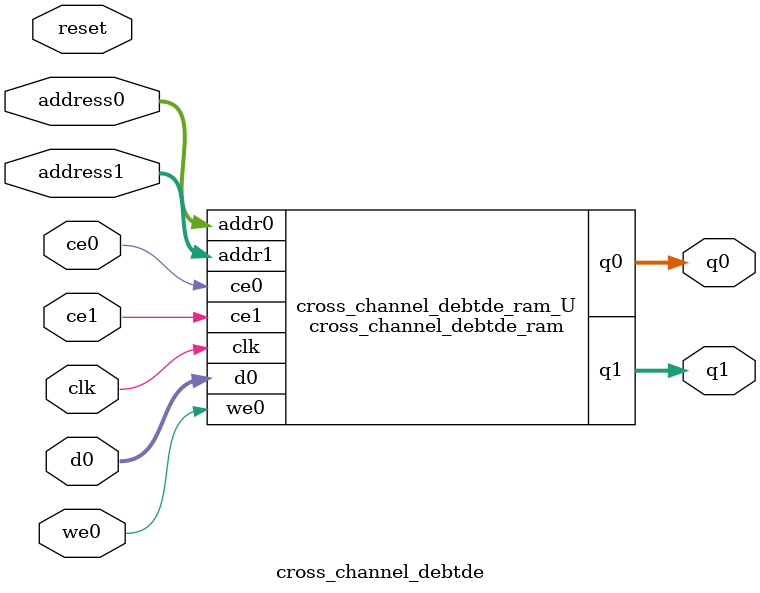
<source format=v>
`timescale 1 ns / 1 ps
module cross_channel_debtde_ram (addr0, ce0, d0, we0, q0, addr1, ce1, q1,  clk);

parameter DWIDTH = 8;
parameter AWIDTH = 14;
parameter MEM_SIZE = 16384;

input[AWIDTH-1:0] addr0;
input ce0;
input[DWIDTH-1:0] d0;
input we0;
output reg[DWIDTH-1:0] q0;
input[AWIDTH-1:0] addr1;
input ce1;
output reg[DWIDTH-1:0] q1;
input clk;

(* ram_style = "block" *)reg [DWIDTH-1:0] ram[0:MEM_SIZE-1];




always @(posedge clk)  
begin 
    if (ce0) begin
        if (we0) 
            ram[addr0] <= d0; 
        q0 <= ram[addr0];
    end
end


always @(posedge clk)  
begin 
    if (ce1) begin
        q1 <= ram[addr1];
    end
end


endmodule

`timescale 1 ns / 1 ps
module cross_channel_debtde(
    reset,
    clk,
    address0,
    ce0,
    we0,
    d0,
    q0,
    address1,
    ce1,
    q1);

parameter DataWidth = 32'd8;
parameter AddressRange = 32'd16384;
parameter AddressWidth = 32'd14;
input reset;
input clk;
input[AddressWidth - 1:0] address0;
input ce0;
input we0;
input[DataWidth - 1:0] d0;
output[DataWidth - 1:0] q0;
input[AddressWidth - 1:0] address1;
input ce1;
output[DataWidth - 1:0] q1;



cross_channel_debtde_ram cross_channel_debtde_ram_U(
    .clk( clk ),
    .addr0( address0 ),
    .ce0( ce0 ),
    .we0( we0 ),
    .d0( d0 ),
    .q0( q0 ),
    .addr1( address1 ),
    .ce1( ce1 ),
    .q1( q1 ));

endmodule


</source>
